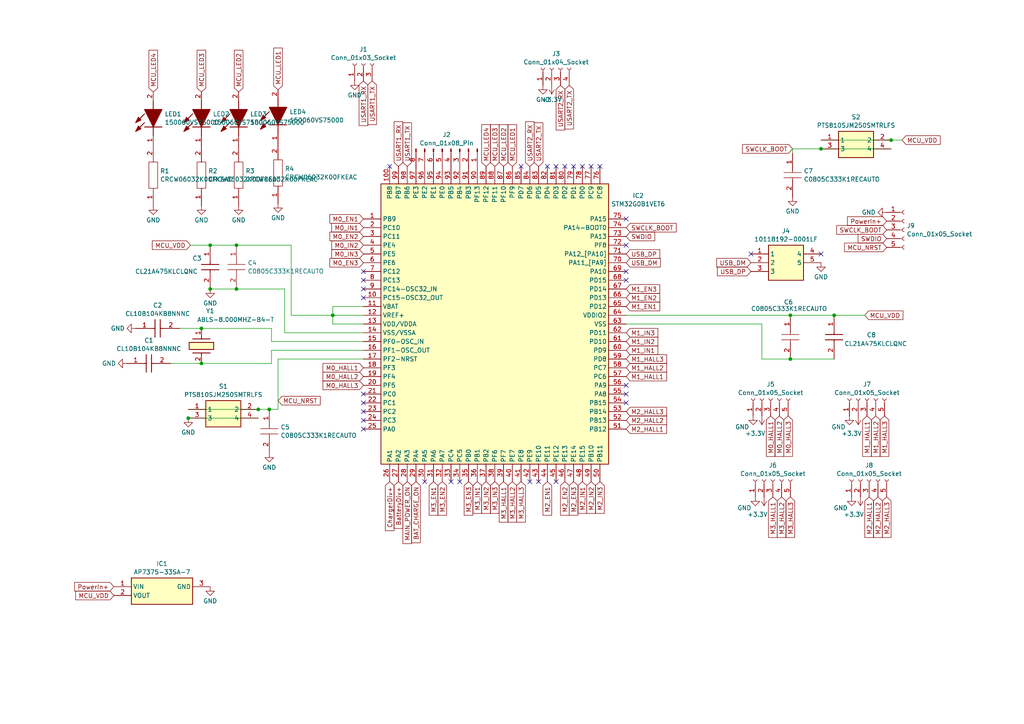
<source format=kicad_sch>
(kicad_sch (version 20230121) (generator eeschema)
  (paper "A4")
  (lib_symbols
    (symbol "10118192-0001LF:10118192-0001LF"
      (property "Reference" "J" (at 16.51 7.62 0))
      (property "Value" "10118192-0001LF" (at 16.51 5.08 0))
      (symbol "10118192-0001LF_1_1"
        (pin passive line (at 0 0 0) (length 5.08) (name "1") (number "1"))
        (pin passive line (at 0 -2.54 0) (length 5.08) (name "2") (number "2"))
        (pin passive line (at 0 -5.08 0) (length 5.08) (name "3") (number "3"))
        (pin passive line (at 20.32 0 180) (length 5.08) (name "4") (number "4"))
        (pin passive line (at 20.32 -2.54 180) (length 5.08) (name "5") (number "5"))
      )
    )
    (symbol "150060VS75000:150060VS75000" (pin_names hide)
      (property "Reference" "LED" (at 12.7 8.89 0))
      (property "Value" "150060VS75000" (at 12.7 6.35 0))
      (symbol "150060VS75000_1_1"
        (pin passive line (at 0 0 0) (length 2.54) (name "K") (number "1"))
        (pin passive line (at 15.24 0 180) (length 2.54) (name "A") (number "2"))
      )
    )
    (symbol "ABLS-8_000MHZ-B4-T:ABLS-8.000MHZ-B4-T" (pin_names hide)
      (property "Reference" "Y" (at 8.89 6.35 0))
      (property "Value" "ABLS-8.000MHZ-B4-T" (at 8.89 3.81 0))
      (symbol "ABLS-8.000MHZ-B4-T_1_1"
        (pin passive line (at 0 0 0) (length 2.54) (name "1") (number "1"))
        (pin passive line (at 10.16 0 180) (length 2.54) (name "2") (number "2"))
      )
    )
    (symbol "AP7375-33SA-7:AP7375-33SA-7"
      (property "Reference" "IC" (at 24.13 7.62 0))
      (property "Value" "AP7375-33SA-7" (at 24.13 5.08 0))
      (symbol "AP7375-33SA-7_1_1"
        (pin passive line (at 0 0 0) (length 5.08) (name "VIN") (number "1"))
        (pin passive line (at 0 -2.54 0) (length 5.08) (name "VOUT") (number "2"))
        (pin passive line (at 27.94 0 180) (length 5.08) (name "GND") (number "3"))
      )
    )
    (symbol "C0805C333K1RECAUTO:C0805C333K1RECAUTO" (pin_names (offset 0.762))
      (property "Reference" "C" (at 8.89 6.35 0))
      (property "Value" "C0805C333K1RECAUTO" (at 8.89 3.81 0))
      (symbol "C0805C333K1RECAUTO_0_0"
        (pin passive line (at 0 0 0) (length 5.08) (name "~") (number "1"))
        (pin passive line (at 12.7 0 180) (length 5.08) (name "~") (number "2"))
      )
    )
    (symbol "CL10B104KB8NNNC:CL10B104KB8NNNC" (pin_names hide)
      (property "Reference" "C" (at 8.89 6.35 0))
      (property "Value" "CL10B104KB8NNNC" (at 8.89 3.81 0))
      (symbol "CL10B104KB8NNNC_1_1"
        (pin passive line (at 0 0 0) (length 5.08) (name "1") (number "1"))
        (pin passive line (at 12.7 0 180) (length 5.08) (name "2") (number "2"))
      )
    )
    (symbol "CL21A475KLCLQNC:CL21A475KLCLQNC" (pin_names hide)
      (property "Reference" "C" (at 8.89 6.35 0))
      (property "Value" "CL21A475KLCLQNC" (at 8.89 3.81 0))
      (symbol "CL21A475KLCLQNC_1_1"
        (pin passive line (at 0 0 0) (length 5.08) (name "1") (number "1"))
        (pin passive line (at 12.7 0 180) (length 5.08) (name "2") (number "2"))
      )
    )
    (symbol "CRCW06032K00FKEAC:CRCW06032K00FKEAC" (pin_names (offset 0.762))
      (property "Reference" "R" (at 13.97 6.35 0))
      (property "Value" "CRCW06032K00FKEAC" (at 13.97 3.81 0))
      (symbol "CRCW06032K00FKEAC_0_0"
        (pin passive line (at 0 0 0) (length 5.08) (name "~") (number "1"))
        (pin passive line (at 17.78 0 180) (length 5.08) (name "~") (number "2"))
      )
    )
    (symbol "Connector:Conn_01x03_Socket" (pin_names (offset 1.016) hide)
      (property "Reference" "J" (at 0 5.08 0))
      (property "Value" "Conn_01x03_Socket" (at 0 -5.08 0))
      (symbol "Conn_01x03_Socket_1_1"
        (pin passive line (at -5.08 2.54 0) (length 3.81) (name "Pin_1") (number "1"))
        (pin passive line (at -5.08 0 0) (length 3.81) (name "Pin_2") (number "2"))
        (pin passive line (at -5.08 -2.54 0) (length 3.81) (name "Pin_3") (number "3"))
      )
    )
    (symbol "Connector:Conn_01x04_Socket" (pin_names (offset 1.016) hide)
      (property "Reference" "J" (at 0 5.08 0))
      (property "Value" "Conn_01x04_Socket" (at 0 -7.62 0))
      (symbol "Conn_01x04_Socket_1_1"
        (pin passive line (at -5.08 2.54 0) (length 3.81) (name "Pin_1") (number "1"))
        (pin passive line (at -5.08 0 0) (length 3.81) (name "Pin_2") (number "2"))
        (pin passive line (at -5.08 -2.54 0) (length 3.81) (name "Pin_3") (number "3"))
        (pin passive line (at -5.08 -5.08 0) (length 3.81) (name "Pin_4") (number "4"))
      )
    )
    (symbol "Connector:Conn_01x05_Socket" (pin_names (offset 1.016) hide)
      (property "Reference" "J" (at 0 7.62 0))
      (property "Value" "Conn_01x05_Socket" (at 0 -7.62 0))
      (symbol "Conn_01x05_Socket_1_1"
        (pin passive line (at -5.08 5.08 0) (length 3.81) (name "Pin_1") (number "1"))
        (pin passive line (at -5.08 2.54 0) (length 3.81) (name "Pin_2") (number "2"))
        (pin passive line (at -5.08 0 0) (length 3.81) (name "Pin_3") (number "3"))
        (pin passive line (at -5.08 -2.54 0) (length 3.81) (name "Pin_4") (number "4"))
        (pin passive line (at -5.08 -5.08 0) (length 3.81) (name "Pin_5") (number "5"))
      )
    )
    (symbol "Connector:Conn_01x08_Pin" (pin_names (offset 1.016) hide)
      (property "Reference" "J" (at 0 10.16 0))
      (property "Value" "Conn_01x08_Pin" (at 0 -12.7 0))
      (symbol "Conn_01x08_Pin_1_1"
        (pin passive line (at 5.08 7.62 180) (length 3.81) (name "Pin_1") (number "1"))
        (pin passive line (at 5.08 5.08 180) (length 3.81) (name "Pin_2") (number "2"))
        (pin passive line (at 5.08 2.54 180) (length 3.81) (name "Pin_3") (number "3"))
        (pin passive line (at 5.08 0 180) (length 3.81) (name "Pin_4") (number "4"))
        (pin passive line (at 5.08 -2.54 180) (length 3.81) (name "Pin_5") (number "5"))
        (pin passive line (at 5.08 -5.08 180) (length 3.81) (name "Pin_6") (number "6"))
        (pin passive line (at 5.08 -7.62 180) (length 3.81) (name "Pin_7") (number "7"))
        (pin passive line (at 5.08 -10.16 180) (length 3.81) (name "Pin_8") (number "8"))
      )
    )
    (symbol "PTS810SJM250SMTRLFS:PTS810SJM250SMTRLFS"
      (property "Reference" "S" (at 16.51 7.62 0))
      (property "Value" "PTS810SJM250SMTRLFS" (at 16.51 5.08 0))
      (symbol "PTS810SJM250SMTRLFS_1_1"
        (pin passive line (at 0 0 0) (length 5.08) (name "1") (number "1"))
        (pin passive line (at 20.32 0 180) (length 5.08) (name "2") (number "2"))
        (pin passive line (at 0 -2.54 0) (length 5.08) (name "3") (number "3"))
        (pin passive line (at 20.32 -2.54 180) (length 5.08) (name "4") (number "4"))
      )
    )
    (symbol "STM32G0B1VET6:STM32G0B1VET6"
      (property "Reference" "IC" (at 72.39 15.24 0))
      (property "Value" "STM32G0B1VET6" (at 72.39 12.7 0))
      (symbol "STM32G0B1VET6_1_1"
        (pin passive line (at 0 0 0) (length 5.08) (name "PB9") (number "1"))
        (pin passive line (at 0 -22.86 0) (length 5.08) (name "PC15-OSC32_OUT") (number "10"))
        (pin passive line (at 7.62 15.24 270) (length 5.08) (name "PB8") (number "100"))
        (pin passive line (at 0 -25.4 0) (length 5.08) (name "VBAT") (number "11"))
        (pin passive line (at 0 -27.94 0) (length 5.08) (name "VREF+") (number "12"))
        (pin passive line (at 0 -30.48 0) (length 5.08) (name "VDD/VDDA") (number "13"))
        (pin passive line (at 0 -33.02 0) (length 5.08) (name "VSS/VSSA") (number "14"))
        (pin passive line (at 0 -35.56 0) (length 5.08) (name "PF0-OSC_IN") (number "15"))
        (pin passive line (at 0 -38.1 0) (length 5.08) (name "PF1-OSC_OUT") (number "16"))
        (pin passive line (at 0 -40.64 0) (length 5.08) (name "PF2-NRST") (number "17"))
        (pin passive line (at 0 -43.18 0) (length 5.08) (name "PF3") (number "18"))
        (pin passive line (at 0 -45.72 0) (length 5.08) (name "PF4") (number "19"))
        (pin passive line (at 0 -2.54 0) (length 5.08) (name "PC10") (number "2"))
        (pin passive line (at 0 -48.26 0) (length 5.08) (name "PF5") (number "20"))
        (pin passive line (at 0 -50.8 0) (length 5.08) (name "PC0") (number "21"))
        (pin passive line (at 0 -53.34 0) (length 5.08) (name "PC1") (number "22"))
        (pin passive line (at 0 -55.88 0) (length 5.08) (name "PC2") (number "23"))
        (pin passive line (at 0 -58.42 0) (length 5.08) (name "PC3") (number "24"))
        (pin passive line (at 0 -60.96 0) (length 5.08) (name "PA0") (number "25"))
        (pin passive line (at 7.62 -76.2 90) (length 5.08) (name "PA1") (number "26"))
        (pin passive line (at 10.16 -76.2 90) (length 5.08) (name "PA2") (number "27"))
        (pin passive line (at 12.7 -76.2 90) (length 5.08) (name "PA3") (number "28"))
        (pin passive line (at 15.24 -76.2 90) (length 5.08) (name "PA4") (number "29"))
        (pin passive line (at 0 -5.08 0) (length 5.08) (name "PC11") (number "3"))
        (pin passive line (at 17.78 -76.2 90) (length 5.08) (name "PA5") (number "30"))
        (pin passive line (at 20.32 -76.2 90) (length 5.08) (name "PA6") (number "31"))
        (pin passive line (at 22.86 -76.2 90) (length 5.08) (name "PA7") (number "32"))
        (pin passive line (at 25.4 -76.2 90) (length 5.08) (name "PC4") (number "33"))
        (pin passive line (at 27.94 -76.2 90) (length 5.08) (name "PC5") (number "34"))
        (pin passive line (at 30.48 -76.2 90) (length 5.08) (name "PB0") (number "35"))
        (pin passive line (at 33.02 -76.2 90) (length 5.08) (name "PB1") (number "36"))
        (pin passive line (at 35.56 -76.2 90) (length 5.08) (name "PB2") (number "37"))
        (pin passive line (at 38.1 -76.2 90) (length 5.08) (name "PF6") (number "38"))
        (pin passive line (at 40.64 -76.2 90) (length 5.08) (name "PF7") (number "39"))
        (pin passive line (at 0 -7.62 0) (length 5.08) (name "PE4") (number "4"))
        (pin passive line (at 43.18 -76.2 90) (length 5.08) (name "PE7") (number "40"))
        (pin passive line (at 45.72 -76.2 90) (length 5.08) (name "PE8") (number "41"))
        (pin passive line (at 48.26 -76.2 90) (length 5.08) (name "PE9") (number "42"))
        (pin passive line (at 50.8 -76.2 90) (length 5.08) (name "PE10") (number "43"))
        (pin passive line (at 53.34 -76.2 90) (length 5.08) (name "PE11") (number "44"))
        (pin passive line (at 55.88 -76.2 90) (length 5.08) (name "PE12") (number "45"))
        (pin passive line (at 58.42 -76.2 90) (length 5.08) (name "PE13") (number "46"))
        (pin passive line (at 60.96 -76.2 90) (length 5.08) (name "PE14") (number "47"))
        (pin passive line (at 63.5 -76.2 90) (length 5.08) (name "PE15") (number "48"))
        (pin passive line (at 66.04 -76.2 90) (length 5.08) (name "PB10") (number "49"))
        (pin passive line (at 0 -10.16 0) (length 5.08) (name "PE5") (number "5"))
        (pin passive line (at 68.58 -76.2 90) (length 5.08) (name "PB11") (number "50"))
        (pin passive line (at 76.2 -60.96 180) (length 5.08) (name "PB12") (number "51"))
        (pin passive line (at 76.2 -58.42 180) (length 5.08) (name "PB13") (number "52"))
        (pin passive line (at 76.2 -55.88 180) (length 5.08) (name "PB14") (number "53"))
        (pin passive line (at 76.2 -53.34 180) (length 5.08) (name "PB15") (number "54"))
        (pin passive line (at 76.2 -50.8 180) (length 5.08) (name "PA8") (number "55"))
        (pin passive line (at 76.2 -48.26 180) (length 5.08) (name "PA9") (number "56"))
        (pin passive line (at 76.2 -45.72 180) (length 5.08) (name "PC6") (number "57"))
        (pin passive line (at 76.2 -43.18 180) (length 5.08) (name "PC7") (number "58"))
        (pin passive line (at 76.2 -40.64 180) (length 5.08) (name "PD8") (number "59"))
        (pin passive line (at 0 -12.7 0) (length 5.08) (name "PE6") (number "6"))
        (pin passive line (at 76.2 -38.1 180) (length 5.08) (name "PD9") (number "60"))
        (pin passive line (at 76.2 -35.56 180) (length 5.08) (name "PD10") (number "61"))
        (pin passive line (at 76.2 -33.02 180) (length 5.08) (name "PD11") (number "62"))
        (pin passive line (at 76.2 -30.48 180) (length 5.08) (name "VSS") (number "63"))
        (pin passive line (at 76.2 -27.94 180) (length 5.08) (name "VDDIO2") (number "64"))
        (pin passive line (at 76.2 -25.4 180) (length 5.08) (name "PD12") (number "65"))
        (pin passive line (at 76.2 -22.86 180) (length 5.08) (name "PD13") (number "66"))
        (pin passive line (at 76.2 -20.32 180) (length 5.08) (name "PD14") (number "67"))
        (pin passive line (at 76.2 -17.78 180) (length 5.08) (name "PD15") (number "68"))
        (pin passive line (at 76.2 -15.24 180) (length 5.08) (name "PA10") (number "69"))
        (pin passive line (at 0 -15.24 0) (length 5.08) (name "PC12") (number "7"))
        (pin passive line (at 76.2 -12.7 180) (length 5.08) (name "PA11_[PA9]") (number "70"))
        (pin passive line (at 76.2 -10.16 180) (length 5.08) (name "PA12_[PA10]") (number "71"))
        (pin passive line (at 76.2 -7.62 180) (length 5.08) (name "PF8") (number "72"))
        (pin passive line (at 76.2 -5.08 180) (length 5.08) (name "PA13") (number "73"))
        (pin passive line (at 76.2 -2.54 180) (length 5.08) (name "PA14-BOOT0") (number "74"))
        (pin passive line (at 76.2 0 180) (length 5.08) (name "PA15") (number "75"))
        (pin passive line (at 68.58 15.24 270) (length 5.08) (name "PC8") (number "76"))
        (pin passive line (at 66.04 15.24 270) (length 5.08) (name "PC9") (number "77"))
        (pin passive line (at 63.5 15.24 270) (length 5.08) (name "PD0") (number "78"))
        (pin passive line (at 60.96 15.24 270) (length 5.08) (name "PD1") (number "79"))
        (pin passive line (at 0 -17.78 0) (length 5.08) (name "PC13") (number "8"))
        (pin passive line (at 58.42 15.24 270) (length 5.08) (name "PD2") (number "80"))
        (pin passive line (at 55.88 15.24 270) (length 5.08) (name "PD3") (number "81"))
        (pin passive line (at 53.34 15.24 270) (length 5.08) (name "PD4") (number "82"))
        (pin passive line (at 50.8 15.24 270) (length 5.08) (name "PD5") (number "83"))
        (pin passive line (at 48.26 15.24 270) (length 5.08) (name "PD6") (number "84"))
        (pin passive line (at 45.72 15.24 270) (length 5.08) (name "PD7") (number "85"))
        (pin passive line (at 43.18 15.24 270) (length 5.08) (name "PF9") (number "86"))
        (pin passive line (at 40.64 15.24 270) (length 5.08) (name "PF10") (number "87"))
        (pin passive line (at 38.1 15.24 270) (length 5.08) (name "PF11") (number "88"))
        (pin passive line (at 35.56 15.24 270) (length 5.08) (name "PF12") (number "89"))
        (pin passive line (at 0 -20.32 0) (length 5.08) (name "PC14-OSC32_IN") (number "9"))
        (pin passive line (at 33.02 15.24 270) (length 5.08) (name "PF13") (number "90"))
        (pin passive line (at 30.48 15.24 270) (length 5.08) (name "PB3") (number "91"))
        (pin passive line (at 27.94 15.24 270) (length 5.08) (name "PB4") (number "92"))
        (pin passive line (at 25.4 15.24 270) (length 5.08) (name "PB5") (number "93"))
        (pin passive line (at 22.86 15.24 270) (length 5.08) (name "PE0") (number "94"))
        (pin passive line (at 20.32 15.24 270) (length 5.08) (name "PE1") (number "95"))
        (pin passive line (at 17.78 15.24 270) (length 5.08) (name "PE2") (number "96"))
        (pin passive line (at 15.24 15.24 270) (length 5.08) (name "PE3") (number "97"))
        (pin passive line (at 12.7 15.24 270) (length 5.08) (name "PB6") (number "98"))
        (pin passive line (at 10.16 15.24 270) (length 5.08) (name "PB7") (number "99"))
      )
    )
    (symbol "power:+3.3V" (power) (pin_names (offset 0))
      (property "Value" "+3.3V" (at 0 3.556 0))
      (symbol "+3.3V_1_1"
        (pin power_in line (at 0 0 90) (length 0) hide (name "+3.3V") (number "1"))
      )
    )
    (symbol "power:GND" (power) (pin_names (offset 0))
      (property "Value" "GND" (at 0 -3.81 0))
      (symbol "GND_1_1"
        (pin power_in line (at 0 0 270) (length 0) hide (name "GND") (number "1"))
      )
    )
  )
  (junction (at 58.42 105.41))
  (junction (at 60.96 71.12))
  (junction (at 78.105 118.745))
  (junction (at 238.125 43.18))
  (junction (at 54.61 121.285))
  (junction (at 229.235 91.44))
  (junction (at 229.235 104.14))
  (junction (at 74.93 118.745))
  (junction (at 68.58 71.12))
  (junction (at 241.935 91.44))
  (junction (at 60.96 83.82))
  (junction (at 96.52 91.44))
  (junction (at 68.58 83.82))
  (junction (at 258.445 40.64))
  (junction (at 58.42 95.25))
  (no_connect (at 130.81 139.7))
  (no_connect (at 133.35 139.7))
  (no_connect (at 113.03 48.26))
  (no_connect (at 105.41 121.92))
  (no_connect (at 153.67 139.7))
  (no_connect (at 217.805 73.66))
  (no_connect (at 161.29 139.7))
  (no_connect (at 161.29 48.26))
  (no_connect (at 168.91 48.26))
  (no_connect (at 151.13 48.26))
  (no_connect (at 181.61 78.74))
  (no_connect (at 173.99 48.26))
  (no_connect (at 171.45 48.26))
  (no_connect (at 163.83 48.26))
  (no_connect (at 105.41 124.46))
  (no_connect (at 105.41 116.84))
  (no_connect (at 181.61 114.3))
  (no_connect (at 156.21 139.7))
  (no_connect (at 105.41 119.38))
  (no_connect (at 105.41 81.28))
  (no_connect (at 181.61 116.84))
  (no_connect (at 105.41 83.82))
  (no_connect (at 181.61 81.28))
  (no_connect (at 181.61 63.5))
  (no_connect (at 105.41 114.3))
  (no_connect (at 123.19 139.7))
  (no_connect (at 105.41 78.74))
  (no_connect (at 105.41 86.36))
  (no_connect (at 238.125 73.66))
  (no_connect (at 181.61 111.76))
  (no_connect (at 158.75 48.26))
  (no_connect (at 166.37 48.26))
  (no_connect (at 181.61 71.12))
  (wire (pts (xy 229.235 91.44) (xy 241.935 91.44)))
  (wire (pts (xy 105.41 104.14) (xy 80.645 104.14)))
  (wire (pts (xy 238.125 43.18) (xy 258.445 43.18)))
  (wire (pts (xy 238.125 40.64) (xy 258.445 40.64)))
  (wire (pts (xy 181.61 91.44) (xy 229.235 91.44)))
  (wire (pts (xy 258.445 40.64) (xy 261.62 40.64)))
  (wire (pts (xy 54.61 118.745) (xy 74.93 118.745)))
  (wire (pts (xy 60.96 71.12) (xy 55.245 71.12)))
  (wire (pts (xy 49.53 105.41) (xy 58.42 105.41)))
  (wire (pts (xy 74.93 118.745) (xy 78.105 118.745)))
  (wire (pts (xy 238.125 43.18) (xy 229.87 43.18)))
  (wire (pts (xy 78.74 101.6) (xy 105.41 101.6)))
  (wire (pts (xy 96.52 91.44) (xy 96.52 93.98)))
  (wire (pts (xy 220.98 93.98) (xy 220.98 104.14)))
  (wire (pts (xy 96.52 91.44) (xy 84.455 91.44)))
  (wire (pts (xy 54.61 121.285) (xy 74.93 121.285)))
  (wire (pts (xy 68.58 71.12) (xy 60.96 71.12)))
  (wire (pts (xy 96.52 91.44) (xy 105.41 91.44)))
  (wire (pts (xy 82.55 96.52) (xy 105.41 96.52)))
  (wire (pts (xy 78.74 95.25) (xy 78.74 99.06)))
  (wire (pts (xy 58.42 105.41) (xy 78.74 105.41)))
  (wire (pts (xy 229.235 104.14) (xy 241.935 104.14)))
  (wire (pts (xy 241.935 91.44) (xy 250.825 91.44)))
  (wire (pts (xy 84.455 91.44) (xy 84.455 71.12)))
  (wire (pts (xy 229.87 43.18) (xy 229.87 44.45)))
  (wire (pts (xy 82.55 96.52) (xy 82.55 83.82)))
  (wire (pts (xy 78.105 118.745) (xy 80.645 118.745)))
  (wire (pts (xy 78.74 99.06) (xy 105.41 99.06)))
  (wire (pts (xy 96.52 88.9) (xy 105.41 88.9)))
  (wire (pts (xy 80.645 104.14) (xy 80.645 118.745)))
  (wire (pts (xy 58.42 95.25) (xy 78.74 95.25)))
  (wire (pts (xy 96.52 93.98) (xy 105.41 93.98)))
  (wire (pts (xy 220.98 104.14) (xy 229.235 104.14)))
  (wire (pts (xy 52.07 95.25) (xy 58.42 95.25)))
  (wire (pts (xy 60.96 83.82) (xy 68.58 83.82)))
  (wire (pts (xy 78.74 105.41) (xy 78.74 101.6)))
  (wire (pts (xy 181.61 93.98) (xy 220.98 93.98)))
  (wire (pts (xy 82.55 83.82) (xy 68.58 83.82)))
  (wire (pts (xy 84.455 71.12) (xy 68.58 71.12)))
  (wire (pts (xy 96.52 88.9) (xy 96.52 91.44)))
  (global_label "M3_HALL2" (shape input) (at 226.695 144.145 270) (property "Intersheetrefs" "${INTERSHEET_REFS}" (effects hide)))
  (global_label "M1_EN2" (shape input) (at 181.61 86.36 0) (property "Intersheetrefs" "${INTERSHEET_REFS}" (effects hide)))
  (global_label "M3_HALL1" (shape input) (at 146.05 139.7 270) (property "Intersheetrefs" "${INTERSHEET_REFS}" (effects hide)))
  (global_label "MCU_LED1" (shape input) (at 80.645 26.035 90) (property "Intersheetrefs" "${INTERSHEET_REFS}" (effects hide)))
  (global_label "SWDIO" (shape input) (at 257.175 69.215 180) (property "Intersheetrefs" "${INTERSHEET_REFS}" (effects hide)))
  (global_label "MCU_LED1" (shape input) (at 148.59 48.26 90) (property "Intersheetrefs" "${INTERSHEET_REFS}" (effects hide)))
  (global_label "M2_IN2" (shape input) (at 171.45 139.7 270) (property "Intersheetrefs" "${INTERSHEET_REFS}" (effects hide)))
  (global_label "M2_EN2" (shape input) (at 163.83 139.7 270) (property "Intersheetrefs" "${INTERSHEET_REFS}" (effects hide)))
  (global_label "MCU_NRST" (shape input) (at 80.645 116.205 0) (property "Intersheetrefs" "${INTERSHEET_REFS}" (effects hide)))
  (global_label "M2_HALL2" (shape input) (at 254.635 144.145 270) (property "Intersheetrefs" "${INTERSHEET_REFS}" (effects hide)))
  (global_label "M0_IN3" (shape input) (at 105.41 73.66 180) (property "Intersheetrefs" "${INTERSHEET_REFS}" (effects hide)))
  (global_label "M0_HALL2" (shape input) (at 226.06 120.65 270) (property "Intersheetrefs" "${INTERSHEET_REFS}" (effects hide)))
  (global_label "MCU_LED4" (shape input) (at 140.97 48.26 90) (property "Intersheetrefs" "${INTERSHEET_REFS}" (effects hide)))
  (global_label "USART1_TX" (shape input) (at 107.95 23.495 270) (property "Intersheetrefs" "${INTERSHEET_REFS}" (effects hide)))
  (global_label "M2_IN1" (shape input) (at 168.91 139.7 270) (property "Intersheetrefs" "${INTERSHEET_REFS}" (effects hide)))
  (global_label "PowerIn+" (shape input) (at 33.02 170.18 180) (property "Intersheetrefs" "${INTERSHEET_REFS}" (effects hide)))
  (global_label "M1_HALL1" (shape input) (at 181.61 109.22 0) (property "Intersheetrefs" "${INTERSHEET_REFS}" (effects hide)))
  (global_label "MCU_LED3" (shape input) (at 143.51 48.26 90) (property "Intersheetrefs" "${INTERSHEET_REFS}" (effects hide)))
  (global_label "M3_IN2" (shape input) (at 140.97 139.7 270) (property "Intersheetrefs" "${INTERSHEET_REFS}" (effects hide)))
  (global_label "M3_HALL3" (shape input) (at 151.13 139.7 270) (property "Intersheetrefs" "${INTERSHEET_REFS}" (effects hide)))
  (global_label "M2_HALL2" (shape input) (at 181.61 121.92 0) (property "Intersheetrefs" "${INTERSHEET_REFS}" (effects hide)))
  (global_label "M3_IN3" (shape input) (at 143.51 139.7 270) (property "Intersheetrefs" "${INTERSHEET_REFS}" (effects hide)))
  (global_label "MCU_VDD" (shape input) (at 55.245 71.12 180) (property "Intersheetrefs" "${INTERSHEET_REFS}" (effects hide)))
  (global_label "M0_HALL3" (shape input) (at 228.6 120.65 270) (property "Intersheetrefs" "${INTERSHEET_REFS}" (effects hide)))
  (global_label "M0_HALL2" (shape input) (at 105.41 109.22 180) (property "Intersheetrefs" "${INTERSHEET_REFS}" (effects hide)))
  (global_label "M0_EN2" (shape input) (at 105.41 68.58 180) (property "Intersheetrefs" "${INTERSHEET_REFS}" (effects hide)))
  (global_label "M1_HALL3" (shape input) (at 181.61 104.14 0) (property "Intersheetrefs" "${INTERSHEET_REFS}" (effects hide)))
  (global_label "USART1_RX" (shape input) (at 105.41 23.495 270) (property "Intersheetrefs" "${INTERSHEET_REFS}" (effects hide)))
  (global_label "USB_DM" (shape input) (at 217.805 76.2 180) (property "Intersheetrefs" "${INTERSHEET_REFS}" (effects hide)))
  (global_label "M1_EN3" (shape input) (at 181.61 83.82 0) (property "Intersheetrefs" "${INTERSHEET_REFS}" (effects hide)))
  (global_label "M0_IN1" (shape input) (at 105.41 66.04 180) (property "Intersheetrefs" "${INTERSHEET_REFS}" (effects hide)))
  (global_label "MCU_LED3" (shape input) (at 58.42 26.67 90) (property "Intersheetrefs" "${INTERSHEET_REFS}" (effects hide)))
  (global_label "USB_DP" (shape input) (at 217.805 78.74 180) (property "Intersheetrefs" "${INTERSHEET_REFS}" (effects hide)))
  (global_label "SWDIO" (shape input) (at 181.61 68.58 0) (property "Intersheetrefs" "${INTERSHEET_REFS}" (effects hide)))
  (global_label "SWCLK_BOOT" (shape input) (at 229.87 43.18 180) (property "Intersheetrefs" "${INTERSHEET_REFS}" (effects hide)))
  (global_label "M3_HALL3" (shape input) (at 229.235 144.145 270) (property "Intersheetrefs" "${INTERSHEET_REFS}" (effects hide)))
  (global_label "M1_HALL1" (shape input) (at 251.46 120.65 270) (property "Intersheetrefs" "${INTERSHEET_REFS}" (effects hide)))
  (global_label "M3_HALL1" (shape input) (at 224.155 144.145 270) (property "Intersheetrefs" "${INTERSHEET_REFS}" (effects hide)))
  (global_label "M1_HALL3" (shape input) (at 256.54 120.65 270) (property "Intersheetrefs" "${INTERSHEET_REFS}" (effects hide)))
  (global_label "M3_EN2" (shape input) (at 128.27 139.7 270) (property "Intersheetrefs" "${INTERSHEET_REFS}" (effects hide)))
  (global_label "BatteryDiv+" (shape input) (at 115.57 139.7 270) (property "Intersheetrefs" "${INTERSHEET_REFS}" (effects hide)))
  (global_label "M2_HALL3" (shape input) (at 181.61 119.38 0) (property "Intersheetrefs" "${INTERSHEET_REFS}" (effects hide)))
  (global_label "M2_EN3" (shape input) (at 166.37 139.7 270) (property "Intersheetrefs" "${INTERSHEET_REFS}" (effects hide)))
  (global_label "M1_IN2" (shape input) (at 181.61 99.06 0) (property "Intersheetrefs" "${INTERSHEET_REFS}" (effects hide)))
  (global_label "USART2_RX" (shape input) (at 153.67 48.26 90) (property "Intersheetrefs" "${INTERSHEET_REFS}" (effects hide)))
  (global_label "MCU_VDD" (shape input) (at 33.02 172.72 180) (property "Intersheetrefs" "${INTERSHEET_REFS}" (effects hide)))
  (global_label "MCU_LED2" (shape input) (at 146.05 48.26 90) (property "Intersheetrefs" "${INTERSHEET_REFS}" (effects hide)))
  (global_label "M3_EN3" (shape input) (at 135.89 139.7 270) (property "Intersheetrefs" "${INTERSHEET_REFS}" (effects hide)))
  (global_label "M1_EN1" (shape input) (at 181.61 88.9 0) (property "Intersheetrefs" "${INTERSHEET_REFS}" (effects hide)))
  (global_label "M2_EN1" (shape input) (at 158.75 139.7 270) (property "Intersheetrefs" "${INTERSHEET_REFS}" (effects hide)))
  (global_label "USB_DP" (shape input) (at 181.61 73.66 0) (property "Intersheetrefs" "${INTERSHEET_REFS}" (effects hide)))
  (global_label "USART1_TX" (shape input) (at 118.11 48.26 90) (property "Intersheetrefs" "${INTERSHEET_REFS}" (effects hide)))
  (global_label "M2_HALL1" (shape input) (at 181.61 124.46 0) (property "Intersheetrefs" "${INTERSHEET_REFS}" (effects hide)))
  (global_label "USART1_RX" (shape input) (at 115.57 48.26 90) (property "Intersheetrefs" "${INTERSHEET_REFS}" (effects hide)))
  (global_label "M1_HALL2" (shape input) (at 254 120.65 270) (property "Intersheetrefs" "${INTERSHEET_REFS}" (effects hide)))
  (global_label "M2_HALL3" (shape input) (at 257.175 144.145 270) (property "Intersheetrefs" "${INTERSHEET_REFS}" (effects hide)))
  (global_label "M0_IN2" (shape input) (at 105.41 71.12 180) (property "Intersheetrefs" "${INTERSHEET_REFS}" (effects hide)))
  (global_label "M1_HALL2" (shape input) (at 181.61 106.68 0) (property "Intersheetrefs" "${INTERSHEET_REFS}" (effects hide)))
  (global_label "MAIN_POWER_ON" (shape input) (at 118.11 139.7 270) (property "Intersheetrefs" "${INTERSHEET_REFS}" (effects hide)))
  (global_label "MCU_NRST" (shape input) (at 257.175 71.755 180) (property "Intersheetrefs" "${INTERSHEET_REFS}" (effects hide)))
  (global_label "MCU_VDD" (shape input) (at 250.825 91.44 0) (property "Intersheetrefs" "${INTERSHEET_REFS}" (effects hide)))
  (global_label "MCU_LED2" (shape input) (at 69.215 26.67 90) (property "Intersheetrefs" "${INTERSHEET_REFS}" (effects hide)))
  (global_label "M2_IN3" (shape input) (at 173.99 139.7 270) (property "Intersheetrefs" "${INTERSHEET_REFS}" (effects hide)))
  (global_label "ChargerDiv+" (shape input) (at 113.03 139.7 270) (property "Intersheetrefs" "${INTERSHEET_REFS}" (effects hide)))
  (global_label "MCU_LED4" (shape input) (at 44.45 26.67 90) (property "Intersheetrefs" "${INTERSHEET_REFS}" (effects hide)))
  (global_label "M0_EN1" (shape input) (at 105.41 63.5 180) (property "Intersheetrefs" "${INTERSHEET_REFS}" (effects hide)))
  (global_label "M1_IN3" (shape input) (at 181.61 96.52 0) (property "Intersheetrefs" "${INTERSHEET_REFS}" (effects hide)))
  (global_label "USB_DM" (shape input) (at 181.61 76.2 0) (property "Intersheetrefs" "${INTERSHEET_REFS}" (effects hide)))
  (global_label "PowerIn+" (shape input) (at 257.175 64.135 180) (property "Intersheetrefs" "${INTERSHEET_REFS}" (effects hide)))
  (global_label "M1_IN1" (shape input) (at 181.61 101.6 0) (property "Intersheetrefs" "${INTERSHEET_REFS}" (effects hide)))
  (global_label "USART2_TX" (shape input) (at 156.21 48.26 90) (property "Intersheetrefs" "${INTERSHEET_REFS}" (effects hide)))
  (global_label "M0_HALL3" (shape input) (at 105.41 111.76 180) (property "Intersheetrefs" "${INTERSHEET_REFS}" (effects hide)))
  (global_label "M0_HALL1" (shape input) (at 105.41 106.68 180) (property "Intersheetrefs" "${INTERSHEET_REFS}" (effects hide)))
  (global_label "USART2_RX" (shape input) (at 162.56 24.765 270) (property "Intersheetrefs" "${INTERSHEET_REFS}" (effects hide)))
  (global_label "SWCLK_BOOT" (shape input) (at 257.175 66.675 180) (property "Intersheetrefs" "${INTERSHEET_REFS}" (effects hide)))
  (global_label "USART2_TX" (shape input) (at 165.1 24.765 270) (property "Intersheetrefs" "${INTERSHEET_REFS}" (effects hide)))
  (global_label "SWCLK_BOOT" (shape input) (at 181.61 66.04 0) (property "Intersheetrefs" "${INTERSHEET_REFS}" (effects hide)))
  (global_label "M3_EN1" (shape input) (at 125.73 139.7 270) (property "Intersheetrefs" "${INTERSHEET_REFS}" (effects hide)))
  (global_label "MCU_VDD" (shape input) (at 261.62 40.64 0) (property "Intersheetrefs" "${INTERSHEET_REFS}" (effects hide)))
  (global_label "M0_EN3" (shape input) (at 105.41 76.2 180) (property "Intersheetrefs" "${INTERSHEET_REFS}" (effects hide)))
  (global_label "M3_IN1" (shape input) (at 138.43 139.7 270) (property "Intersheetrefs" "${INTERSHEET_REFS}" (effects hide)))
  (global_label "M2_HALL1" (shape input) (at 252.095 144.145 270) (property "Intersheetrefs" "${INTERSHEET_REFS}" (effects hide)))
  (global_label "M0_HALL1" (shape input) (at 223.52 120.65 270) (property "Intersheetrefs" "${INTERSHEET_REFS}" (effects hide)))
  (global_label "M3_HALL2" (shape input) (at 148.59 139.7 270) (property "Intersheetrefs" "${INTERSHEET_REFS}" (effects hide)))
  (global_label "BAT_CHARGE_ON" (shape input) (at 120.65 139.7 270) (property "Intersheetrefs" "${INTERSHEET_REFS}" (effects hide)))
  (symbol (lib_id "PTS810SJM250SMTRLFS:PTS810SJM250SMTRLFS") (at 54.61 118.745 0) (unit 1)
    (property "Reference" "S1" (at 64.77 112.0607 0))
    (property "Value" "PTS810SJM250SMTRLFS" (at 64.77 114.4849 0))
    (property "Footprint" "SamacSysLibrary:PTS810SJG250SMTRLFS" (effects hide))
    (property "Datasheet" "https://www.ckswitches.com/media/1476/pts810.pdf" (effects hide))
    (property "Manufacturer_Name" "C & K COMPONENTS" (effects hide))
    (property "Manufacturer_Part_Number" "PTS810SJM250SMTRLFS" (effects hide))
    (property "Mouser Part Number" "611-PTS810SJM250SMTR" (effects hide))
    (property "Mouser Price/Stock" "https://www.mouser.co.uk/ProductDetail/CK/PTS810SJM250SMTRLFS?qs=UxeAxwACbqnyNdXLIf%2FqnQ%3D%3D" (effects hide))
  )
  (symbol (lib_id "Connector:Conn_01x05_Socket") (at 252.095 139.065 90) (unit 1)
    (property "Reference" "J8" (at 252.095 134.9715 90))
    (property "Value" "Conn_01x05_Socket" (at 252.095 137.3957 90))
    (property "Footprint" "Connector_PinSocket_2.54mm:PinSocket_1x05_P2.54mm_Vertical_SMD_Pin1Left" (effects hide))
  )
  (symbol (lib_id "Connector:Conn_01x05_Socket") (at 251.46 115.57 90) (unit 1)
    (property "Reference" "J7" (at 251.46 111.4765 90))
    (property "Value" "Conn_01x05_Socket" (at 251.46 113.9007 90))
    (property "Footprint" "Connector_PinSocket_2.54mm:PinSocket_1x05_P2.54mm_Vertical_SMD_Pin1Left" (effects hide))
  )
  (symbol (lib_id "CRCW06032K00FKEAC:CRCW06032K00FKEAC") (at 58.42 59.69 90) (unit 1)
    (property "Reference" "R2" (at 60.4012 49.5879 90) (effects (justify right)))
    (property "Value" "CRCW06032K00FKEAC" (at 60.4012 52.0121 90) (effects (justify right)))
    (property "Footprint" "SamacSysLibrary:RESC1608X55N" (effects hide))
    (property "Datasheet" "https://componentsearchengine.com/Datasheets/1/CRCW06032K00FKEAC.pdf" (effects hide))
    (property "Description" "D11/CRCW0603-C 100 2K0 1% ET1" (effects hide))
    (property "Height" "0.55" (effects hide))
    (property "Mouser Part Number" "71-CRCW06032K00FKEAC" (effects hide))
    (property "Mouser Price/Stock" "https://www.mouser.com/Search/Refine.aspx?Keyword=71-CRCW06032K00FKEAC" (effects hide))
    (property "Manufacturer_Name" "Vishay" (effects hide))
    (property "Manufacturer_Part_Number" "CRCW06032K00FKEAC" (effects hide))
  )
  (symbol (lib_id "ABLS-8_000MHZ-B4-T:ABLS-8.000MHZ-B4-T") (at 58.42 95.25 270) (unit 1)
    (property "Reference" "Y1" (at 59.69 90.17 90) (effects (justify left)))
    (property "Value" "ABLS-8.000MHZ-B4-T" (at 57.15 92.71 90) (effects (justify left)))
    (property "Footprint" "SamacSysLibrary:ABLS8000MHZB4T2" (effects hide))
    (property "Datasheet" "https://abracon.com/Resonators/abls.pdf" (effects hide))
    (property "Height" "4.2" (effects hide))
    (property "Manufacturer_Name" "ABRACON" (effects hide))
    (property "Manufacturer_Part_Number" "ABLS-8.000MHZ-B4-T" (effects hide))
    (property "Mouser Part Number" "815-ABLS-8.0M-T" (effects hide))
    (property "Mouser Price/Stock" "https://www.mouser.co.uk/ProductDetail/ABRACON/ABLS-8.000MHZ-B4-T?qs=yTU0IcKoRlHGW4LibtbY9Q%3D%3D" (effects hide))
    (property "Arrow Part Number" "ABLS-8.000MHZ-B4-T" (effects hide))
    (property "Arrow Price/Stock" "https://www.arrow.com/en/products/abls-8.000mhz-b4-t/abracon?region=nac" (effects hide))
  )
  (symbol (lib_id "power:GND") (at 60.96 83.82 0) (unit 1)
    (property "Reference" "#PWR07" (effects hide))
    (property "Value" "GND" (at 60.96 87.9531 0))
  )
  (symbol (lib_id "CL21A475KLCLQNC:CL21A475KLCLQNC") (at 60.96 71.12 270) (unit 1)
    (property "Reference" "C3" (at 57.15 74.93 90))
    (property "Value" "CL21A475KLCLQNC" (at 48.26 78.74 90))
    (property "Footprint" "SamacSysLibrary:CAPC2012X95N" (effects hide))
    (property "Datasheet" "https://datasheet.datasheetarchive.com/originals/dk/DKDS-19/374306.pdf" (effects hide))
    (property "Height" "0.95" (effects hide))
    (property "Manufacturer_Name" "SAMSUNG" (effects hide))
    (property "Manufacturer_Part_Number" "CL21A475KLCLQNC" (effects hide))
    (property "Mouser Part Number" "187-CL21A475KLCLQNC" (effects hide))
    (property "Mouser Price/Stock" "https://www.mouser.co.uk/ProductDetail/Samsung-Electro-Mechanics/CL21A475KLCLQNC?qs=xZ%2FP%252Ba9zWqblbGH9u%2F3CcQ%3D%3D" (effects hide))
    (property "Arrow Part Number" "CL21A475KLCLQNC" (effects hide))
    (property "Arrow Price/Stock" "https://www.arrow.com/en/products/cl21a475klclqnc/samsung-electro-mechanics" (effects hide))
  )
  (symbol (lib_id "power:GND") (at 257.175 61.595 270) (unit 1)
    (property "Reference" "#PWR024" (effects hide))
    (property "Value" "GND" (at 254.0001 61.595 90) (effects (justify right)))
  )
  (symbol (lib_id "CL10B104KB8NNNC:CL10B104KB8NNNC") (at 36.83 105.41 0) (unit 1)
    (property "Reference" "C1" (at 43.18 98.7257 0))
    (property "Value" "CL10B104KB8NNNC" (at 43.18 101.1499 0))
    (property "Footprint" "SamacSysLibrary:CAPC1608X90N" (effects hide))
    (property "Datasheet" "https://datasheet.datasheetarchive.com/originals/distributors/Datasheets-DGA10/2408969.pdf" (effects hide))
    (property "Height" "0.9" (effects hide))
    (property "Manufacturer_Name" "SAMSUNG" (effects hide))
    (property "Manufacturer_Part_Number" "CL10B104KB8NNNC" (effects hide))
    (property "Mouser Part Number" "187-CL10B104KB8NNNC" (effects hide))
    (property "Mouser Price/Stock" "https://www.mouser.co.uk/ProductDetail/Samsung-Electro-Mechanics/CL10B104KB8NNNC?qs=349EhDEZ59rvGc2rLwVOdA%3D%3D" (effects hide))
    (property "Arrow Part Number" "CL10B104KB8NNNC" (effects hide))
    (property "Arrow Price/Stock" "https://www.arrow.com/en/products/cl10b104kb8nnnc/samsung-electro-mechanics?region=nac" (effects hide))
  )
  (symbol (lib_id "power:GND") (at 44.45 59.69 0) (unit 1)
    (property "Reference" "#PWR03" (effects hide))
    (property "Value" "GND" (at 44.45 63.8231 0))
  )
  (symbol (lib_id "CL21A475KLCLQNC:CL21A475KLCLQNC") (at 241.935 91.44 270) (unit 1)
    (property "Reference" "C8" (at 252.73 97.155 90))
    (property "Value" "CL21A475KLCLQNC" (at 254 99.695 90))
    (property "Footprint" "SamacSysLibrary:CAPC2012X95N" (effects hide))
    (property "Datasheet" "https://datasheet.datasheetarchive.com/originals/dk/DKDS-19/374306.pdf" (effects hide))
    (property "Height" "0.95" (effects hide))
    (property "Manufacturer_Name" "SAMSUNG" (effects hide))
    (property "Manufacturer_Part_Number" "CL21A475KLCLQNC" (effects hide))
    (property "Mouser Part Number" "187-CL21A475KLCLQNC" (effects hide))
    (property "Mouser Price/Stock" "https://www.mouser.co.uk/ProductDetail/Samsung-Electro-Mechanics/CL21A475KLCLQNC?qs=xZ%2FP%252Ba9zWqblbGH9u%2F3CcQ%3D%3D" (effects hide))
    (property "Arrow Part Number" "CL21A475KLCLQNC" (effects hide))
    (property "Arrow Price/Stock" "https://www.arrow.com/en/products/cl21a475klclqnc/samsung-electro-mechanics" (effects hide))
  )
  (symbol (lib_id "power:GND") (at 80.645 59.055 0) (unit 1)
    (property "Reference" "#PWR010" (effects hide))
    (property "Value" "GND" (at 80.645 63.1881 0))
  )
  (symbol (lib_id "CL10B104KB8NNNC:CL10B104KB8NNNC") (at 39.37 95.25 0) (unit 1)
    (property "Reference" "C2" (at 45.72 88.5657 0))
    (property "Value" "CL10B104KB8NNNC" (at 45.72 90.9899 0))
    (property "Footprint" "SamacSysLibrary:CAPC1608X90N" (effects hide))
    (property "Datasheet" "https://datasheet.datasheetarchive.com/originals/distributors/Datasheets-DGA10/2408969.pdf" (effects hide))
    (property "Height" "0.9" (effects hide))
    (property "Manufacturer_Name" "SAMSUNG" (effects hide))
    (property "Manufacturer_Part_Number" "CL10B104KB8NNNC" (effects hide))
    (property "Mouser Part Number" "187-CL10B104KB8NNNC" (effects hide))
    (property "Mouser Price/Stock" "https://www.mouser.co.uk/ProductDetail/Samsung-Electro-Mechanics/CL10B104KB8NNNC?qs=349EhDEZ59rvGc2rLwVOdA%3D%3D" (effects hide))
    (property "Arrow Part Number" "CL10B104KB8NNNC" (effects hide))
    (property "Arrow Price/Stock" "https://www.arrow.com/en/products/cl10b104kb8nnnc/samsung-electro-mechanics?region=nac" (effects hide))
  )
  (symbol (lib_id "power:GND") (at 36.83 105.41 270) (unit 1)
    (property "Reference" "#PWR01" (effects hide))
    (property "Value" "GND" (at 33.6551 105.41 90) (effects (justify right)))
  )
  (symbol (lib_id "C0805C333K1RECAUTO:C0805C333K1RECAUTO") (at 229.235 91.44 270) (unit 1)
    (property "Reference" "C6" (at 227.33 87.63 90) (effects (justify left)))
    (property "Value" "C0805C333K1RECAUTO" (at 217.805 89.535 90) (effects (justify left)))
    (property "Footprint" "SamacSysLibrary:C0805" (effects hide))
    (property "Datasheet" "https://componentsearchengine.com/Datasheets/1/C0805C333K1RECAUTO.pdf" (effects hide))
    (property "Description" ".033UF 100V" (effects hide))
    (property "Height" "1.1" (effects hide))
    (property "Mouser Part Number" "80-C0805C333K1RECAUT" (effects hide))
    (property "Mouser Price/Stock" "https://www.mouser.com/Search/Refine.aspx?Keyword=80-C0805C333K1RECAUT" (effects hide))
    (property "Manufacturer_Name" "Kemet" (effects hide))
    (property "Manufacturer_Part_Number" "C0805C333K1RECAUTO" (effects hide))
  )
  (symbol (lib_id "power:GND") (at 229.87 57.15 0) (unit 1)
    (property "Reference" "#PWR018" (effects hide))
    (property "Value" "GND" (at 229.87 61.2831 0))
  )
  (symbol (lib_id "power:GND") (at 69.215 59.69 0) (unit 1)
    (property "Reference" "#PWR08" (effects hide))
    (property "Value" "GND" (at 69.215 63.8231 0))
  )
  (symbol (lib_id "power:+3.3V") (at 160.02 24.765 180) (unit 1)
    (property "Reference" "#PWR013" (effects hide))
    (property "Value" "+3.3V" (at 160.02 28.8981 0))
  )
  (symbol (lib_id "power:GND") (at 58.42 59.69 0) (unit 1)
    (property "Reference" "#PWR05" (effects hide))
    (property "Value" "GND" (at 58.42 63.8231 0))
  )
  (symbol (lib_id "STM32G0B1VET6:STM32G0B1VET6") (at 105.41 63.5 0) (unit 1)
    (property "Reference" "IC2" (at 185.1138 56.7456 0))
    (property "Value" "STM32G0B1VET6" (at 185.1138 59.1698 0))
    (property "Footprint" "SamacSysLibrary:QFP50P1600X1600X160-100N" (effects hide))
    (property "Datasheet" "https://www.st.com/resource/en/datasheet/stm32g0b1ve.pdf" (effects hide))
    (property "Height" "1.6" (effects hide))
    (property "Manufacturer_Name" "STMicroelectronics" (effects hide))
    (property "Manufacturer_Part_Number" "STM32G0B1VET6" (effects hide))
    (property "Mouser Part Number" "511-STM32G0B1VET6" (effects hide))
    (property "Mouser Price/Stock" "https://www.mouser.co.uk/ProductDetail/STMicroelectronics/STM32G0B1VET6?qs=pUKx8fyJudDMIy5Wx1hVdw%3D%3D" (effects hide))
    (property "Arrow Part Number" "STM32G0B1VET6" (effects hide))
    (property "Arrow Price/Stock" "https://www.arrow.com/en/products/stm32g0b1vet6/stmicroelectronics?region=nac" (effects hide))
  )
  (symbol (lib_id "Connector:Conn_01x04_Socket") (at 160.02 19.685 90) (unit 1)
    (property "Reference" "J3" (at 161.29 15.5915 90))
    (property "Value" "Conn_01x04_Socket" (at 161.29 18.0157 90))
    (property "Footprint" "Connector_PinSocket_1.00mm:PinSocket_1x04_P1.00mm_Vertical_SMD_Pin1Left" (effects hide))
  )
  (symbol (lib_id "CRCW06032K00FKEAC:CRCW06032K00FKEAC") (at 44.45 59.69 90) (unit 1)
    (property "Reference" "R1" (at 46.4312 49.5879 90) (effects (justify right)))
    (property "Value" "CRCW06032K00FKEAC" (at 46.4312 52.0121 90) (effects (justify right)))
    (property "Footprint" "SamacSysLibrary:RESC1608X55N" (effects hide))
    (property "Datasheet" "https://componentsearchengine.com/Datasheets/1/CRCW06032K00FKEAC.pdf" (effects hide))
    (property "Description" "D11/CRCW0603-C 100 2K0 1% ET1" (effects hide))
    (property "Height" "0.55" (effects hide))
    (property "Mouser Part Number" "71-CRCW06032K00FKEAC" (effects hide))
    (property "Mouser Price/Stock" "https://www.mouser.com/Search/Refine.aspx?Keyword=71-CRCW06032K00FKEAC" (effects hide))
    (property "Manufacturer_Name" "Vishay" (effects hide))
    (property "Manufacturer_Part_Number" "CRCW06032K00FKEAC" (effects hide))
  )
  (symbol (lib_id "power:GND") (at 219.075 144.145 0) (unit 1)
    (property "Reference" "#PWR015" (effects hide))
    (property "Value" "GND" (at 215.9 147.32 0))
  )
  (symbol (lib_id "power:+3.3V") (at 221.615 144.145 180) (unit 1)
    (property "Reference" "#PWR017" (effects hide))
    (property "Value" "+3.3V" (at 219.71 149.225 0))
  )
  (symbol (lib_id "power:GND") (at 238.125 76.2 0) (unit 1)
    (property "Reference" "#PWR019" (effects hide))
    (property "Value" "GND" (at 238.125 80.3331 0))
  )
  (symbol (lib_id "power:GND") (at 78.105 131.445 0) (unit 1)
    (property "Reference" "#PWR09" (effects hide))
    (property "Value" "GND" (at 78.105 135.5781 0))
  )
  (symbol (lib_id "PTS810SJM250SMTRLFS:PTS810SJM250SMTRLFS") (at 238.125 40.64 0) (unit 1)
    (property "Reference" "S2" (at 248.285 33.9557 0))
    (property "Value" "PTS810SJM250SMTRLFS" (at 248.285 36.3799 0))
    (property "Footprint" "SamacSysLibrary:PTS810SJG250SMTRLFS" (effects hide))
    (property "Datasheet" "https://www.ckswitches.com/media/1476/pts810.pdf" (effects hide))
    (property "Manufacturer_Name" "C & K COMPONENTS" (effects hide))
    (property "Manufacturer_Part_Number" "PTS810SJM250SMTRLFS" (effects hide))
    (property "Mouser Part Number" "611-PTS810SJM250SMTR" (effects hide))
    (property "Mouser Price/Stock" "https://www.mouser.co.uk/ProductDetail/CK/PTS810SJM250SMTRLFS?qs=UxeAxwACbqnyNdXLIf%2FqnQ%3D%3D" (effects hide))
  )
  (symbol (lib_id "CRCW06032K00FKEAC:CRCW06032K00FKEAC") (at 80.645 59.055 90) (unit 1)
    (property "Reference" "R4" (at 82.6262 48.9529 90) (effects (justify right)))
    (property "Value" "CRCW06032K00FKEAC" (at 82.6262 51.3771 90) (effects (justify right)))
    (property "Footprint" "SamacSysLibrary:RESC1608X55N" (effects hide))
    (property "Datasheet" "https://componentsearchengine.com/Datasheets/1/CRCW06032K00FKEAC.pdf" (effects hide))
    (property "Description" "D11/CRCW0603-C 100 2K0 1% ET1" (effects hide))
    (property "Height" "0.55" (effects hide))
    (property "Mouser Part Number" "71-CRCW06032K00FKEAC" (effects hide))
    (property "Mouser Price/Stock" "https://www.mouser.com/Search/Refine.aspx?Keyword=71-CRCW06032K00FKEAC" (effects hide))
    (property "Manufacturer_Name" "Vishay" (effects hide))
    (property "Manufacturer_Part_Number" "CRCW06032K00FKEAC" (effects hide))
  )
  (symbol (lib_id "power:GND") (at 157.48 24.765 0) (unit 1)
    (property "Reference" "#PWR012" (effects hide))
    (property "Value" "GND" (at 157.48 28.8981 0))
  )
  (symbol (lib_id "Connector:Conn_01x05_Socket") (at 224.155 139.065 90) (unit 1)
    (property "Reference" "J6" (at 224.155 134.9715 90))
    (property "Value" "Conn_01x05_Socket" (at 224.155 137.3957 90))
    (property "Footprint" "Connector_PinSocket_2.54mm:PinSocket_1x05_P2.54mm_Vertical_SMD_Pin1Left" (effects hide))
  )
  (symbol (lib_id "AP7375-33SA-7:AP7375-33SA-7") (at 33.02 170.18 0) (unit 1)
    (property "Reference" "IC1" (at 46.99 163.4957 0))
    (property "Value" "AP7375-33SA-7" (at 46.99 165.9199 0))
    (property "Footprint" "SamacSysLibrary:SOT96P240X110-3N" (effects hide))
    (property "Datasheet" "https://www.diodes.com/assets/Datasheets/AP7375.pdf" (effects hide))
    (property "Height" "1.1" (effects hide))
    (property "Manufacturer_Name" "Diodes Inc." (effects hide))
    (property "Manufacturer_Part_Number" "AP7375-33SA-7" (effects hide))
    (property "Mouser Part Number" "621-AP7375-33SA-7" (effects hide))
    (property "Mouser Price/Stock" "https://www.mouser.co.uk/ProductDetail/Diodes-Incorporated/AP7375-33SA-7?qs=t7xnP681wgUi6c6GDTa82w%3D%3D" (effects hide))
  )
  (symbol (lib_id "Connector:Conn_01x03_Socket") (at 105.41 18.415 90) (unit 1)
    (property "Reference" "J1" (at 105.41 14.3215 90))
    (property "Value" "Conn_01x03_Socket" (at 105.41 16.7457 90))
    (property "Footprint" "Connector_PinSocket_2.54mm:PinSocket_1x03_P2.54mm_Vertical_SMD_Pin1Left" (effects hide))
  )
  (symbol (lib_id "power:GND") (at 54.61 121.285 0) (unit 1)
    (property "Reference" "#PWR04" (effects hide))
    (property "Value" "GND" (at 54.61 125.4181 0))
  )
  (symbol (lib_id "C0805C333K1RECAUTO:C0805C333K1RECAUTO") (at 68.58 71.12 270) (unit 1)
    (property "Reference" "C4" (at 71.8312 76.2579 90) (effects (justify left)))
    (property "Value" "C0805C333K1RECAUTO" (at 71.8312 78.6821 90) (effects (justify left)))
    (property "Footprint" "SamacSysLibrary:C0805" (effects hide))
    (property "Datasheet" "https://componentsearchengine.com/Datasheets/1/C0805C333K1RECAUTO.pdf" (effects hide))
    (property "Description" ".033UF 100V" (effects hide))
    (property "Height" "1.1" (effects hide))
    (property "Mouser Part Number" "80-C0805C333K1RECAUT" (effects hide))
    (property "Mouser Price/Stock" "https://www.mouser.com/Search/Refine.aspx?Keyword=80-C0805C333K1RECAUT" (effects hide))
    (property "Manufacturer_Name" "Kemet" (effects hide))
    (property "Manufacturer_Part_Number" "C0805C333K1RECAUTO" (effects hide))
  )
  (symbol (lib_id "10118192-0001LF:10118192-0001LF") (at 217.805 73.66 0) (unit 1)
    (property "Reference" "J4" (at 227.965 66.9757 0))
    (property "Value" "10118192-0001LF" (at 227.965 69.3999 0))
    (property "Footprint" "SamacSysLibrary:10118192-0001LF" (effects hide))
    (property "Datasheet" "https://datasheets.globalspec.com/pdf/viewpdf?partId={1242CD95-9A0C-4744-A41A-FA5CE849AF35}&vid=138662&comp=5843&from=detail" (effects hide))
    (property "Manufacturer_Name" "Digi-Key Electronics" (effects hide))
    (property "Manufacturer_Part_Number" "10118192-0001LF" (effects hide))
  )
  (symbol (lib_id "power:+3.3V") (at 249.555 144.145 180) (unit 1)
    (property "Reference" "#PWR023" (effects hide))
    (property "Value" "+3.3V" (at 247.65 149.225 0))
  )
  (symbol (lib_id "150060VS75000:150060VS75000") (at 58.42 41.91 90) (unit 1)
    (property "Reference" "LED2" (at 61.722 33.0779 90) (effects (justify right)))
    (property "Value" "150060VS75000" (at 61.722 35.5021 90) (effects (justify right)))
    (property "Footprint" "SamacSysLibrary:LEDC1608X80N" (effects hide))
    (property "Datasheet" "https://componentsearchengine.com/Datasheets/2/150060VS75000.pdf" (effects hide))
    (property "Height" "0.8" (effects hide))
    (property "Manufacturer_Name" "Wurth Elektronik" (effects hide))
    (property "Manufacturer_Part_Number" "150060VS75000" (effects hide))
    (property "Mouser Part Number" "710-150060VS75000" (effects hide))
    (property "Mouser Price/Stock" "https://www.mouser.co.uk/ProductDetail/Wurth-Elektronik/150060VS75000?qs=LlUlMxKIyB1Q1Bi5mQ%2FKLw%3D%3D" (effects hide))
  )
  (symbol (lib_id "power:GND") (at 218.44 120.65 0) (unit 1)
    (property "Reference" "#PWR014" (effects hide))
    (property "Value" "GND" (at 215.265 123.825 0))
  )
  (symbol (lib_id "150060VS75000:150060VS75000") (at 44.45 41.91 90) (unit 1)
    (property "Reference" "LED1" (at 47.752 33.0779 90) (effects (justify right)))
    (property "Value" "150060VS75000" (at 47.752 35.5021 90) (effects (justify right)))
    (property "Footprint" "SamacSysLibrary:LEDC1608X80N" (effects hide))
    (property "Datasheet" "https://componentsearchengine.com/Datasheets/2/150060VS75000.pdf" (effects hide))
    (property "Height" "0.8" (effects hide))
    (property "Manufacturer_Name" "Wurth Elektronik" (effects hide))
    (property "Manufacturer_Part_Number" "150060VS75000" (effects hide))
    (property "Mouser Part Number" "710-150060VS75000" (effects hide))
    (property "Mouser Price/Stock" "https://www.mouser.co.uk/ProductDetail/Wurth-Elektronik/150060VS75000?qs=LlUlMxKIyB1Q1Bi5mQ%2FKLw%3D%3D" (effects hide))
  )
  (symbol (lib_id "power:GND") (at 39.37 95.25 270) (unit 1)
    (property "Reference" "#PWR02" (effects hide))
    (property "Value" "GND" (at 36.1951 95.25 90) (effects (justify right)))
  )
  (symbol (lib_id "power:GND") (at 102.87 23.495 0) (unit 1)
    (property "Reference" "#PWR011" (effects hide))
    (property "Value" "GND" (at 102.87 27.6281 0))
  )
  (symbol (lib_id "C0805C333K1RECAUTO:C0805C333K1RECAUTO") (at 78.105 118.745 270) (unit 1)
    (property "Reference" "C5" (at 81.3562 123.8829 90) (effects (justify left)))
    (property "Value" "C0805C333K1RECAUTO" (at 81.3562 126.3071 90) (effects (justify left)))
    (property "Footprint" "SamacSysLibrary:C0805" (effects hide))
    (property "Datasheet" "https://componentsearchengine.com/Datasheets/1/C0805C333K1RECAUTO.pdf" (effects hide))
    (property "Description" ".033UF 100V" (effects hide))
    (property "Height" "1.1" (effects hide))
    (property "Mouser Part Number" "80-C0805C333K1RECAUT" (effects hide))
    (property "Mouser Price/Stock" "https://www.mouser.com/Search/Refine.aspx?Keyword=80-C0805C333K1RECAUT" (effects hide))
    (property "Manufacturer_Name" "Kemet" (effects hide))
    (property "Manufacturer_Part_Number" "C0805C333K1RECAUTO" (effects hide))
  )
  (symbol (lib_id "CRCW06032K00FKEAC:CRCW06032K00FKEAC") (at 69.215 59.69 90) (unit 1)
    (property "Reference" "R3" (at 71.1962 49.5879 90) (effects (justify right)))
    (property "Value" "CRCW06032K00FKEAC" (at 71.1962 52.0121 90) (effects (justify right)))
    (property "Footprint" "SamacSysLibrary:RESC1608X55N" (effects hide))
    (property "Datasheet" "https://componentsearchengine.com/Datasheets/1/CRCW06032K00FKEAC.pdf" (effects hide))
    (property "Description" "D11/CRCW0603-C 100 2K0 1% ET1" (effects hide))
    (property "Height" "0.55" (effects hide))
    (property "Mouser Part Number" "71-CRCW06032K00FKEAC" (effects hide))
    (property "Mouser Price/Stock" "https://www.mouser.com/Search/Refine.aspx?Keyword=71-CRCW06032K00FKEAC" (effects hide))
    (property "Manufacturer_Name" "Vishay" (effects hide))
    (property "Manufacturer_Part_Number" "CRCW06032K00FKEAC" (effects hide))
  )
  (symbol (lib_id "Connector:Conn_01x05_Socket") (at 262.255 66.675 0) (unit 1)
    (property "Reference" "J9" (at 262.9662 65.4629 0) (effects (justify left)))
    (property "Value" "Conn_01x05_Socket" (at 262.9662 67.8871 0) (effects (justify left)))
    (property "Footprint" "Connector_PinSocket_2.54mm:PinSocket_1x05_P2.54mm_Vertical_SMD_Pin1Left" (effects hide))
  )
  (symbol (lib_id "C0805C333K1RECAUTO:C0805C333K1RECAUTO") (at 229.87 44.45 270) (unit 1)
    (property "Reference" "C7" (at 233.1212 49.5879 90) (effects (justify left)))
    (property "Value" "C0805C333K1RECAUTO" (at 233.1212 52.0121 90) (effects (justify left)))
    (property "Footprint" "SamacSysLibrary:C0805" (effects hide))
    (property "Datasheet" "https://componentsearchengine.com/Datasheets/1/C0805C333K1RECAUTO.pdf" (effects hide))
    (property "Description" ".033UF 100V" (effects hide))
    (property "Height" "1.1" (effects hide))
    (property "Mouser Part Number" "80-C0805C333K1RECAUT" (effects hide))
    (property "Mouser Price/Stock" "https://www.mouser.com/Search/Refine.aspx?Keyword=80-C0805C333K1RECAUT" (effects hide))
    (property "Manufacturer_Name" "Kemet" (effects hide))
    (property "Manufacturer_Part_Number" "C0805C333K1RECAUTO" (effects hide))
  )
  (symbol (lib_id "150060VS75000:150060VS75000") (at 69.215 41.91 90) (unit 1)
    (property "Reference" "LED3" (at 72.517 33.0779 90) (effects (justify right)))
    (property "Value" "150060VS75000" (at 72.517 35.5021 90) (effects (justify right)))
    (property "Footprint" "SamacSysLibrary:LEDC1608X80N" (effects hide))
    (property "Datasheet" "https://componentsearchengine.com/Datasheets/2/150060VS75000.pdf" (effects hide))
    (property "Height" "0.8" (effects hide))
    (property "Manufacturer_Name" "Wurth Elektronik" (effects hide))
    (property "Manufacturer_Part_Number" "150060VS75000" (effects hide))
    (property "Mouser Part Number" "710-150060VS75000" (effects hide))
    (property "Mouser Price/Stock" "https://www.mouser.co.uk/ProductDetail/Wurth-Elektronik/150060VS75000?qs=LlUlMxKIyB1Q1Bi5mQ%2FKLw%3D%3D" (effects hide))
  )
  (symbol (lib_id "power:GND") (at 247.015 144.145 0) (unit 1)
    (property "Reference" "#PWR021" (effects hide))
    (property "Value" "GND" (at 243.84 147.32 0))
  )
  (symbol (lib_id "power:GND") (at 60.96 170.18 0) (unit 1)
    (property "Reference" "#PWR06" (effects hide))
    (property "Value" "GND" (at 60.96 174.3131 0))
  )
  (symbol (lib_id "Connector:Conn_01x05_Socket") (at 223.52 115.57 90) (unit 1)
    (property "Reference" "J5" (at 223.52 111.4765 90))
    (property "Value" "Conn_01x05_Socket" (at 223.52 113.9007 90))
    (property "Footprint" "Connector_PinSocket_2.54mm:PinSocket_1x05_P2.54mm_Vertical_SMD_Pin1Left" (effects hide))
  )
  (symbol (lib_id "power:GND") (at 246.38 120.65 0) (unit 1)
    (property "Reference" "#PWR020" (effects hide))
    (property "Value" "GND" (at 243.205 123.825 0))
  )
  (symbol (lib_id "Connector:Conn_01x08_Pin") (at 130.81 43.18 270) (unit 1)
    (property "Reference" "J2" (at 129.54 39.0865 90))
    (property "Value" "Conn_01x08_Pin" (at 129.54 41.5107 90))
    (property "Footprint" "Connector_PinHeader_2.54mm:PinHeader_1x08_P2.54mm_Vertical_SMD_Pin1Left" (effects hide))
  )
  (symbol (lib_id "power:+3.3V") (at 248.92 120.65 180) (unit 1)
    (property "Reference" "#PWR022" (effects hide))
    (property "Value" "+3.3V" (at 247.015 125.73 0))
  )
  (symbol (lib_id "150060VS75000:150060VS75000") (at 80.645 41.275 90) (unit 1)
    (property "Reference" "LED4" (at 83.947 32.4429 90) (effects (justify right)))
    (property "Value" "150060VS75000" (at 83.947 34.8671 90) (effects (justify right)))
    (property "Footprint" "SamacSysLibrary:LEDC1608X80N" (effects hide))
    (property "Datasheet" "https://componentsearchengine.com/Datasheets/2/150060VS75000.pdf" (effects hide))
    (property "Height" "0.8" (effects hide))
    (property "Manufacturer_Name" "Wurth Elektronik" (effects hide))
    (property "Manufacturer_Part_Number" "150060VS75000" (effects hide))
    (property "Mouser Part Number" "710-150060VS75000" (effects hide))
    (property "Mouser Price/Stock" "https://www.mouser.co.uk/ProductDetail/Wurth-Elektronik/150060VS75000?qs=LlUlMxKIyB1Q1Bi5mQ%2FKLw%3D%3D" (effects hide))
  )
  (symbol (lib_id "power:+3.3V") (at 220.98 120.65 180) (unit 1)
    (property "Reference" "#PWR016" (effects hide))
    (property "Value" "+3.3V" (at 219.075 125.73 0))
  )
  (sheet (at -109.22 113.665) (size 43.18 47.625) (stroke (width 0.1524))
    (property "Sheetname" "BatteryManagement" (at -109.22 112.9534 0) (effects (justify left bottom)))
    (property "Sheetfile" "BatteryManagement.kicad_sch" (at -109.22 161.8746 0) (effects (justify left top)))
  )
  (sheet (at -108.585 5.08) (size 42.545 46.355) (stroke (width 0.1524))
    (property "Sheetname" "MotorDriver1" (at -108.585 4.3684 0) (effects (justify left bottom)))
    (property "Sheetfile" "MotorDriver1.kicad_sch" (at -108.585 52.0196 0) (effects (justify left top)))
  )
  (sheet (at -159.385 5.08) (size 42.545 46.355) (stroke (width 0.1524))
    (property "Sheetname" "MotorDriver0" (at -159.385 4.3684 0) (effects (justify left bottom)))
    (property "Sheetfile" "MotorDriver0.kicad_sch" (at -159.385 52.0196 0) (effects (justify left top)))
  )
  (sheet (at -158.115 59.69) (size 42.545 46.355) (stroke (width 0.1524))
    (property "Sheetname" "MotorDriver3" (at -158.115 58.9784 0) (effects (justify left bottom)))
    (property "Sheetfile" "MotorDriver3.kicad_sch" (at -158.115 106.6296 0) (effects (justify left top)))
  )
  (sheet (at -108.585 59.69) (size 42.545 46.355) (stroke (width 0.1524))
    (property "Sheetname" "MotorDriver2" (at -108.585 58.9784 0) (effects (justify left bottom)))
    (property "Sheetfile" "MotorDriver2.kicad_sch" (at -108.585 106.6296 0) (effects (justify left top)))
  )
  (sheet (at -156.845 113.665) (size 41.91 47.625) (stroke (width 0.1524))
    (property "Sheetname" "PowerSupply" (at -156.845 112.9534 0) (effects (justify left bottom)))
    (property "Sheetfile" "PowerSupply.kicad_sch" (at -156.845 161.8746 0) (effects (justify left top)))
  )
)
</source>
